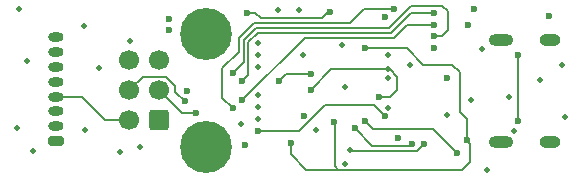
<source format=gbr>
%TF.GenerationSoftware,KiCad,Pcbnew,9.0.6*%
%TF.CreationDate,2025-12-28T22:43:58+01:00*%
%TF.ProjectId,Programmer_Board,50726f67-7261-46d6-9d65-725f426f6172,1.0*%
%TF.SameCoordinates,Original*%
%TF.FileFunction,Copper,L4,Bot*%
%TF.FilePolarity,Positive*%
%FSLAX46Y46*%
G04 Gerber Fmt 4.6, Leading zero omitted, Abs format (unit mm)*
G04 Created by KiCad (PCBNEW 9.0.6) date 2025-12-28 22:43:58*
%MOMM*%
%LPD*%
G01*
G04 APERTURE LIST*
G04 Aperture macros list*
%AMRoundRect*
0 Rectangle with rounded corners*
0 $1 Rounding radius*
0 $2 $3 $4 $5 $6 $7 $8 $9 X,Y pos of 4 corners*
0 Add a 4 corners polygon primitive as box body*
4,1,4,$2,$3,$4,$5,$6,$7,$8,$9,$2,$3,0*
0 Add four circle primitives for the rounded corners*
1,1,$1+$1,$2,$3*
1,1,$1+$1,$4,$5*
1,1,$1+$1,$6,$7*
1,1,$1+$1,$8,$9*
0 Add four rect primitives between the rounded corners*
20,1,$1+$1,$2,$3,$4,$5,0*
20,1,$1+$1,$4,$5,$6,$7,0*
20,1,$1+$1,$6,$7,$8,$9,0*
20,1,$1+$1,$8,$9,$2,$3,0*%
G04 Aperture macros list end*
%TA.AperFunction,ComponentPad*%
%ADD10C,0.700000*%
%TD*%
%TA.AperFunction,ComponentPad*%
%ADD11C,4.400000*%
%TD*%
%TA.AperFunction,ComponentPad*%
%ADD12RoundRect,0.250000X0.600000X0.600000X-0.600000X0.600000X-0.600000X-0.600000X0.600000X-0.600000X0*%
%TD*%
%TA.AperFunction,ComponentPad*%
%ADD13C,1.700000*%
%TD*%
%TA.AperFunction,HeatsinkPad*%
%ADD14O,2.100000X1.000000*%
%TD*%
%TA.AperFunction,HeatsinkPad*%
%ADD15O,1.800000X1.000000*%
%TD*%
%TA.AperFunction,ComponentPad*%
%ADD16RoundRect,0.200000X0.450000X-0.200000X0.450000X0.200000X-0.450000X0.200000X-0.450000X-0.200000X0*%
%TD*%
%TA.AperFunction,ComponentPad*%
%ADD17O,1.300000X0.800000*%
%TD*%
%TA.AperFunction,ViaPad*%
%ADD18C,0.600000*%
%TD*%
%TA.AperFunction,ViaPad*%
%ADD19C,0.500000*%
%TD*%
%TA.AperFunction,Conductor*%
%ADD20C,0.200000*%
%TD*%
G04 APERTURE END LIST*
D10*
%TO.P,H101,1,1*%
%TO.N,GND*%
X145350000Y-99140000D03*
X145833274Y-97973274D03*
X145833274Y-100306726D03*
X147000000Y-97490000D03*
D11*
X147000000Y-99140000D03*
D10*
X147000000Y-100790000D03*
X148166726Y-97973274D03*
X148166726Y-100306726D03*
X148650000Y-99140000D03*
%TD*%
D12*
%TO.P,J101,1,Pin_1*%
%TO.N,VBUS*%
X143040000Y-106400000D03*
D13*
%TO.P,J101,2,Pin_2*%
%TO.N,/Programming/FLASH_MISO_NOESD*%
X140500000Y-106400000D03*
%TO.P,J101,3,Pin_3*%
%TO.N,/Programming/FLASH_~{CS}_NOESD*%
X143040000Y-103860000D03*
%TO.P,J101,4,Pin_4*%
%TO.N,/Programming/FLASH_MOSI_NOESD*%
X140500000Y-103860000D03*
%TO.P,J101,5,Pin_5*%
%TO.N,GND*%
X143040000Y-101320000D03*
%TO.P,J101,6,Pin_6*%
%TO.N,/Programming/FLASH_SCK_NOESD*%
X140500000Y-101320000D03*
%TD*%
D10*
%TO.P,H102,1,1*%
%TO.N,GND*%
X145350000Y-108640000D03*
X145833274Y-107473274D03*
X145833274Y-109806726D03*
X147000000Y-106990000D03*
D11*
X147000000Y-108640000D03*
D10*
X147000000Y-110290000D03*
X148166726Y-107473274D03*
X148166726Y-109806726D03*
X148650000Y-108640000D03*
%TD*%
D14*
%TO.P,J103,S1,SHIELD*%
%TO.N,unconnected-(J103-SHIELD-PadS1)_1*%
X171985000Y-108210000D03*
D15*
%TO.N,unconnected-(J103-SHIELD-PadS1)*%
X176165000Y-108210000D03*
D14*
%TO.N,unconnected-(J103-SHIELD-PadS1)_2*%
X171985000Y-99570000D03*
D15*
%TO.N,unconnected-(J103-SHIELD-PadS1)_3*%
X176165000Y-99570000D03*
%TD*%
D16*
%TO.P,J102,1,Pin_1*%
%TO.N,VBUS*%
X134340000Y-108145000D03*
D17*
%TO.P,J102,2,Pin_2*%
%TO.N,/Programming/FLASH_~{CS}_NOESD*%
X134340000Y-106895000D03*
%TO.P,J102,3,Pin_3*%
%TO.N,/Programming/FLASH_MOSI_NOESD*%
X134340000Y-105645000D03*
%TO.P,J102,4,Pin_4*%
%TO.N,/Programming/FLASH_MISO_NOESD*%
X134340000Y-104395000D03*
%TO.P,J102,5,Pin_5*%
%TO.N,/Programming/FLASH_SCK_NOESD*%
X134340000Y-103145000D03*
%TO.P,J102,6,Pin_6*%
%TO.N,/Programming/CD*%
X134340000Y-101895000D03*
%TO.P,J102,7,Pin_7*%
%TO.N,/Programming/~{CR}*%
X134340000Y-100645000D03*
%TO.P,J102,8,Pin_8*%
%TO.N,GND*%
X134340000Y-99395000D03*
%TD*%
D18*
%TO.N,VBUS*%
X173400000Y-100900000D03*
X173400000Y-106500000D03*
D19*
%TO.N,GND*%
X139700000Y-109100000D03*
D18*
X162200000Y-97700000D03*
X169700000Y-97000000D03*
D19*
X172700000Y-104400000D03*
D18*
X143900000Y-98800000D03*
X166300000Y-100300000D03*
D19*
X158820000Y-103610000D03*
D18*
X150360000Y-108490000D03*
D19*
X136700000Y-98400000D03*
D18*
X176100000Y-97600000D03*
X169200000Y-98300000D03*
X163300000Y-107900000D03*
D19*
X175300000Y-103000000D03*
X132400000Y-109000000D03*
X140600000Y-99700000D03*
X151400000Y-99900000D03*
X150000000Y-106700000D03*
X131900000Y-101400000D03*
X155220000Y-100860000D03*
X169420000Y-104720000D03*
X162420000Y-105360000D03*
X153100000Y-97100000D03*
X177200000Y-101700000D03*
X151400000Y-101900000D03*
X154860000Y-97040000D03*
X162420000Y-100850178D03*
D18*
X167400000Y-102800000D03*
D19*
X170400000Y-100400000D03*
D18*
X143900000Y-97800000D03*
D19*
X151400000Y-100900000D03*
X138000000Y-102000000D03*
X131200000Y-97000000D03*
X158570000Y-100010000D03*
X164300000Y-101700000D03*
X162420000Y-102860000D03*
X131000000Y-107100000D03*
X170800000Y-110600000D03*
X141400000Y-108700000D03*
X151400000Y-104300000D03*
X173100000Y-107300000D03*
X167420000Y-105920000D03*
X136800000Y-107200000D03*
X177400000Y-106100000D03*
X151400000Y-105300000D03*
X156318029Y-107245001D03*
D18*
X145430000Y-103890000D03*
D19*
X158820000Y-110070000D03*
D18*
X155275735Y-106075735D03*
D19*
X151400000Y-106300000D03*
D18*
%TO.N,+3V3*%
X169100000Y-108100000D03*
X160450000Y-100250000D03*
X154200000Y-108300000D03*
X157880000Y-106520000D03*
%TO.N,+3V3_VPHY*%
X151400000Y-107300000D03*
X162206530Y-106078979D03*
%TO.N,+3V3_VPLL*%
X153200000Y-103100000D03*
X155900000Y-102500000D03*
%TO.N,+1V8*%
X161700000Y-104400000D03*
X155900000Y-103800000D03*
D19*
X162456577Y-102104087D03*
D18*
%TO.N,/Programming/FLASH_~{CS}_NOESD*%
X146200000Y-105800000D03*
%TO.N,/Programming/FLASH_MOSI_NOESD*%
X145200000Y-104800000D03*
%TO.N,FLASH_SCK*%
X166300000Y-99300000D03*
X149300000Y-102400000D03*
%TO.N,FLASH_~{CS}*%
X162900000Y-97000000D03*
X149300000Y-105400000D03*
%TO.N,FLASH_MOSI*%
X166300000Y-98300000D03*
X150075002Y-104710000D03*
%TO.N,FLASH_MISO*%
X166300000Y-97300000D03*
X150075002Y-103080000D03*
%TO.N,~{CRESET}*%
X150500000Y-97300000D03*
X157527088Y-97264562D03*
%TO.N,/FTDI/EEDATA*%
X159600000Y-107100000D03*
X164500000Y-108400000D03*
%TO.N,Net-(U202-DO)*%
X165500000Y-108400000D03*
D19*
X159200000Y-108910000D03*
D18*
%TO.N,/FTDI/EECLK*%
X168300000Y-109200000D03*
X160500000Y-106500000D03*
%TD*%
D20*
%TO.N,FLASH_MISO*%
X150600000Y-99800000D02*
X150600000Y-102555002D01*
X151400000Y-99000000D02*
X150600000Y-99800000D01*
X162700000Y-99000000D02*
X151400000Y-99000000D01*
X150600000Y-102555002D02*
X150075002Y-103080000D01*
X164400000Y-97300000D02*
X162700000Y-99000000D01*
X166300000Y-97300000D02*
X164400000Y-97300000D01*
%TO.N,VBUS*%
X173400000Y-106500000D02*
X173400000Y-100900000D01*
%TO.N,+3V3*%
X169400000Y-108400000D02*
X169100000Y-108100000D01*
X158221000Y-110621000D02*
X168679000Y-110621000D01*
X169100000Y-106300000D02*
X168500000Y-105700000D01*
X157900000Y-106540000D02*
X157900000Y-110300000D01*
X154200000Y-109300000D02*
X154200000Y-108300000D01*
X155521000Y-110621000D02*
X154200000Y-109300000D01*
X164000000Y-100300000D02*
X160500000Y-100300000D01*
X157900000Y-110300000D02*
X158221000Y-110621000D01*
X168679000Y-110621000D02*
X169400000Y-109900000D01*
X160500000Y-100300000D02*
X160450000Y-100250000D01*
X169100000Y-108100000D02*
X169100000Y-106300000D01*
X157880000Y-106520000D02*
X157900000Y-106540000D01*
X167850000Y-101700000D02*
X165400000Y-101700000D01*
X168500000Y-105700000D02*
X168500000Y-102350000D01*
X169400000Y-109900000D02*
X169400000Y-108400000D01*
X165400000Y-101700000D02*
X164000000Y-100300000D01*
X158221000Y-110621000D02*
X155521000Y-110621000D01*
X168500000Y-102350000D02*
X167850000Y-101700000D01*
%TO.N,+3V3_VPHY*%
X157100000Y-105100000D02*
X154900000Y-107300000D01*
X154900000Y-107300000D02*
X151400000Y-107300000D01*
X161227551Y-105100000D02*
X157100000Y-105100000D01*
X162206530Y-106078979D02*
X161227551Y-105100000D01*
%TO.N,+3V3_VPLL*%
X153800000Y-102500000D02*
X153200000Y-103100000D01*
X155900000Y-102500000D02*
X153800000Y-102500000D01*
%TO.N,+1V8*%
X163200000Y-103800000D02*
X163200000Y-102700000D01*
X157595913Y-102104087D02*
X162456577Y-102104087D01*
X162604087Y-102104087D02*
X162456577Y-102104087D01*
X155900000Y-103800000D02*
X157595913Y-102104087D01*
X163200000Y-102700000D02*
X162604087Y-102104087D01*
X162600000Y-104400000D02*
X163200000Y-103800000D01*
X161700000Y-104400000D02*
X162600000Y-104400000D01*
%TO.N,/Programming/FLASH_~{CS}_NOESD*%
X146200000Y-105800000D02*
X144980000Y-105800000D01*
X144980000Y-105800000D02*
X143040000Y-103860000D01*
%TO.N,/Programming/FLASH_MISO_NOESD*%
X134340000Y-104395000D02*
X136495000Y-104395000D01*
X136495000Y-104395000D02*
X138500000Y-106400000D01*
X138500000Y-106400000D02*
X140500000Y-106400000D01*
%TO.N,/Programming/FLASH_MOSI_NOESD*%
X141651000Y-102709000D02*
X140500000Y-103860000D01*
X144400000Y-103500000D02*
X143609000Y-102709000D01*
X144400000Y-104000000D02*
X144400000Y-103500000D01*
X143609000Y-102709000D02*
X141651000Y-102709000D01*
X145200000Y-104800000D02*
X144400000Y-104000000D01*
%TO.N,FLASH_SCK*%
X167500000Y-98800000D02*
X167500000Y-97190000D01*
X151281900Y-98551000D02*
X150199000Y-99633900D01*
X164333900Y-96699000D02*
X162481900Y-98551000D01*
X150199000Y-99633900D02*
X150199000Y-101501000D01*
X167000000Y-99300000D02*
X167500000Y-98800000D01*
X150199000Y-101501000D02*
X149300000Y-102400000D01*
X166300000Y-99300000D02*
X167000000Y-99300000D01*
X167500000Y-97190000D02*
X167009000Y-96699000D01*
X162481900Y-98551000D02*
X151281900Y-98551000D01*
X167009000Y-96699000D02*
X164333900Y-96699000D01*
%TO.N,FLASH_~{CS}*%
X149798000Y-99467800D02*
X151115800Y-98150000D01*
X160400000Y-97000000D02*
X162900000Y-97000000D01*
X149300000Y-105400000D02*
X148400000Y-104500000D01*
X148400000Y-102000000D02*
X149798000Y-100602000D01*
X149798000Y-100602000D02*
X149798000Y-99467800D01*
X148400000Y-104500000D02*
X148400000Y-102000000D01*
X151115800Y-98150000D02*
X159250000Y-98150000D01*
X159250000Y-98150000D02*
X160400000Y-97000000D01*
%TO.N,FLASH_MOSI*%
X162966100Y-99401000D02*
X155384002Y-99401000D01*
X164067100Y-98300000D02*
X162966100Y-99401000D01*
X166300000Y-98300000D02*
X164067100Y-98300000D01*
X155384002Y-99401000D02*
X150075002Y-104710000D01*
%TO.N,~{CRESET}*%
X151200000Y-97300000D02*
X151649000Y-97749000D01*
X151649000Y-97749000D02*
X156851768Y-97749000D01*
X156851768Y-97749000D02*
X157336206Y-97264562D01*
X150500000Y-97300000D02*
X151200000Y-97300000D01*
X157336206Y-97264562D02*
X157527088Y-97264562D01*
%TO.N,/FTDI/EEDATA*%
X161100000Y-108600000D02*
X164300000Y-108600000D01*
X164300000Y-108600000D02*
X164500000Y-108400000D01*
X159600000Y-107100000D02*
X161100000Y-108600000D01*
%TO.N,Net-(U202-DO)*%
X164899000Y-109001000D02*
X165500000Y-108400000D01*
X159291000Y-109001000D02*
X164899000Y-109001000D01*
X159200000Y-108910000D02*
X159291000Y-109001000D01*
%TO.N,/FTDI/EECLK*%
X160500000Y-106500000D02*
X161133900Y-107133900D01*
X161133900Y-107133900D02*
X166233900Y-107133900D01*
X166233900Y-107133900D02*
X168300000Y-109200000D01*
%TD*%
M02*

</source>
